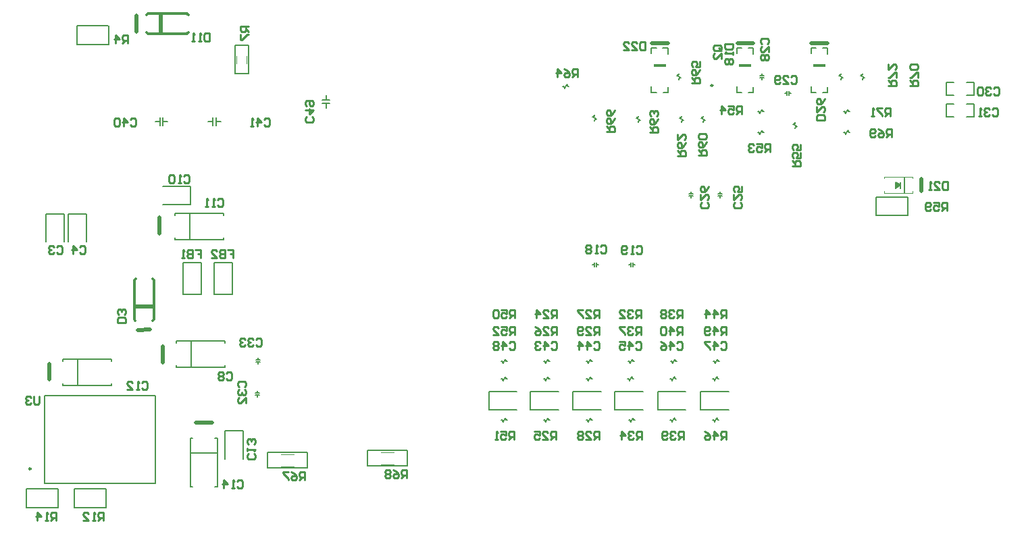
<source format=gbo>
G04*
G04 #@! TF.GenerationSoftware,Altium Limited,Altium Designer,20.2.6 (244)*
G04*
G04 Layer_Color=32896*
%FSLAX43Y43*%
%MOMM*%
G71*
G04*
G04 #@! TF.SameCoordinates,50BE3A92-8E6F-42E2-A157-1F0C76B00AEB*
G04*
G04*
G04 #@! TF.FilePolarity,Positive*
G04*
G01*
G75*
%ADD11C,0.254*%
%ADD12C,0.250*%
%ADD14C,0.102*%
%ADD15C,0.200*%
%ADD16C,0.178*%
%ADD19C,0.127*%
%ADD24C,0.508*%
%ADD25C,0.300*%
%ADD26C,0.150*%
%ADD186R,1.524X0.381*%
D11*
X52612Y62475D02*
X52781Y62306D01*
Y61967D01*
X52612Y61798D01*
X51934D01*
X51765Y61967D01*
Y62306D01*
X51934Y62475D01*
X51765Y63322D02*
X52781D01*
X52273Y62814D01*
Y63491D01*
X51934Y63830D02*
X51765Y63999D01*
Y64337D01*
X51934Y64507D01*
X52612D01*
X52781Y64337D01*
Y63999D01*
X52612Y63830D01*
X52442D01*
X52273Y63999D01*
Y64507D01*
X46643Y62060D02*
X46812Y62230D01*
X47151D01*
X47320Y62060D01*
Y61383D01*
X47151Y61214D01*
X46812D01*
X46643Y61383D01*
X45797Y61214D02*
Y62230D01*
X46305Y61722D01*
X45627D01*
X45289Y61214D02*
X44950D01*
X45120D01*
Y62230D01*
X45289Y62060D01*
X29854Y62086D02*
X30023Y62255D01*
X30362D01*
X30531Y62086D01*
Y61409D01*
X30362Y61239D01*
X30023D01*
X29854Y61409D01*
X29007Y61239D02*
Y62255D01*
X29515Y61747D01*
X28838D01*
X28499Y62086D02*
X28330Y62255D01*
X27992D01*
X27822Y62086D01*
Y61409D01*
X27992Y61239D01*
X28330D01*
X28499Y61409D01*
Y62086D01*
X89514Y60596D02*
X90529D01*
Y61104D01*
X90360Y61273D01*
X90021D01*
X89852Y61104D01*
Y60596D01*
Y60935D02*
X89514Y61273D01*
X90529Y62289D02*
X90360Y61951D01*
X90021Y61612D01*
X89683D01*
X89514Y61781D01*
Y62120D01*
X89683Y62289D01*
X89852D01*
X90021Y62120D01*
Y61612D01*
X90529Y63305D02*
X90360Y62966D01*
X90021Y62628D01*
X89683D01*
X89514Y62797D01*
Y63136D01*
X89683Y63305D01*
X89852D01*
X90021Y63136D01*
Y62628D01*
X44628Y73787D02*
X43612D01*
Y73279D01*
X43781Y73110D01*
X44120D01*
X44289Y73279D01*
Y73787D01*
Y73448D02*
X44628Y73110D01*
X43612Y72771D02*
Y72094D01*
X43781D01*
X44459Y72771D01*
X44628D01*
X77330Y34044D02*
X77499Y34213D01*
X77838D01*
X78007Y34044D01*
Y33367D01*
X77838Y33198D01*
X77499D01*
X77330Y33367D01*
X76484Y33198D02*
Y34213D01*
X76992Y33706D01*
X76314D01*
X75976Y34044D02*
X75807Y34213D01*
X75468D01*
X75299Y34044D01*
Y33875D01*
X75468Y33706D01*
X75299Y33536D01*
Y33367D01*
X75468Y33198D01*
X75807D01*
X75976Y33367D01*
Y33536D01*
X75807Y33706D01*
X75976Y33875D01*
Y34044D01*
X75807Y33706D02*
X75468D01*
X103805Y34044D02*
X103974Y34213D01*
X104313D01*
X104482Y34044D01*
Y33367D01*
X104313Y33198D01*
X103974D01*
X103805Y33367D01*
X102959Y33198D02*
Y34213D01*
X103466Y33706D01*
X102789D01*
X102451Y34213D02*
X101774D01*
Y34044D01*
X102451Y33367D01*
Y33198D01*
X98319Y34044D02*
X98488Y34213D01*
X98826D01*
X98996Y34044D01*
Y33367D01*
X98826Y33198D01*
X98488D01*
X98319Y33367D01*
X97472Y33198D02*
Y34213D01*
X97980Y33706D01*
X97303D01*
X96287Y34213D02*
X96626Y34044D01*
X96964Y33706D01*
Y33367D01*
X96795Y33198D01*
X96456D01*
X96287Y33367D01*
Y33536D01*
X96456Y33706D01*
X96964D01*
X93137Y34044D02*
X93306Y34213D01*
X93645D01*
X93814Y34044D01*
Y33367D01*
X93645Y33198D01*
X93306D01*
X93137Y33367D01*
X92291Y33198D02*
Y34213D01*
X92798Y33706D01*
X92121D01*
X91106Y34213D02*
X91783D01*
Y33706D01*
X91444Y33875D01*
X91275D01*
X91106Y33706D01*
Y33367D01*
X91275Y33198D01*
X91613D01*
X91783Y33367D01*
X87897Y34044D02*
X88066Y34213D01*
X88404D01*
X88574Y34044D01*
Y33367D01*
X88404Y33198D01*
X88066D01*
X87897Y33367D01*
X87050Y33198D02*
Y34213D01*
X87558Y33706D01*
X86881D01*
X86034Y33198D02*
Y34213D01*
X86542Y33706D01*
X85865D01*
X82563Y34044D02*
X82732Y34213D01*
X83070D01*
X83240Y34044D01*
Y33367D01*
X83070Y33198D01*
X82732D01*
X82563Y33367D01*
X81716Y33198D02*
Y34213D01*
X82224Y33706D01*
X81547D01*
X81208Y34044D02*
X81039Y34213D01*
X80700D01*
X80531Y34044D01*
Y33875D01*
X80700Y33706D01*
X80870D01*
X80700D01*
X80531Y33536D01*
Y33367D01*
X80700Y33198D01*
X81039D01*
X81208Y33367D01*
X124794Y66294D02*
X125810D01*
Y66802D01*
X125640Y66971D01*
X125302D01*
X125133Y66802D01*
Y66294D01*
Y66633D02*
X124794Y66971D01*
X125810Y67310D02*
Y67987D01*
X125640D01*
X124963Y67310D01*
X124794D01*
Y69002D02*
Y68325D01*
X125471Y69002D01*
X125640D01*
X125810Y68833D01*
Y68495D01*
X125640Y68325D01*
X125073Y62509D02*
Y63525D01*
X124566D01*
X124396Y63356D01*
Y63017D01*
X124566Y62848D01*
X125073D01*
X124735D02*
X124396Y62509D01*
X124058Y63525D02*
X123381D01*
Y63356D01*
X124058Y62679D01*
Y62509D01*
X123042D02*
X122704D01*
X122873D01*
Y63525D01*
X123042Y63356D01*
X127512Y66294D02*
X128528D01*
Y66802D01*
X128358Y66971D01*
X128020D01*
X127850Y66802D01*
Y66294D01*
Y66633D02*
X127512Y66971D01*
X128528Y67310D02*
Y67987D01*
X128358D01*
X127681Y67310D01*
X127512D01*
X128358Y68325D02*
X128528Y68495D01*
Y68833D01*
X128358Y69002D01*
X127681D01*
X127512Y68833D01*
Y68495D01*
X127681Y68325D01*
X128358D01*
X125251Y59893D02*
Y60909D01*
X124743D01*
X124574Y60740D01*
Y60401D01*
X124743Y60232D01*
X125251D01*
X124913D02*
X124574Y59893D01*
X123558Y60909D02*
X123897Y60740D01*
X124236Y60401D01*
Y60062D01*
X124066Y59893D01*
X123728D01*
X123558Y60062D01*
Y60232D01*
X123728Y60401D01*
X124236D01*
X123220Y60062D02*
X123051Y59893D01*
X122712D01*
X122543Y60062D01*
Y60740D01*
X122712Y60909D01*
X123051D01*
X123220Y60740D01*
Y60570D01*
X123051Y60401D01*
X122543D01*
X116916Y61976D02*
X115900D01*
Y62484D01*
X116069Y62653D01*
X116747D01*
X116916Y62484D01*
Y61976D01*
X115900Y63669D02*
Y62992D01*
X116577Y63669D01*
X116747D01*
X116916Y63500D01*
Y63161D01*
X116747Y62992D01*
X116916Y64684D02*
X116747Y64346D01*
X116408Y64007D01*
X116069D01*
X115900Y64177D01*
Y64515D01*
X116069Y64684D01*
X116239D01*
X116408Y64515D01*
Y64007D01*
X64465Y17170D02*
Y18186D01*
X63957D01*
X63788Y18017D01*
Y17678D01*
X63957Y17509D01*
X64465D01*
X64127D02*
X63788Y17170D01*
X62772Y18186D02*
X63111Y18017D01*
X63450Y17678D01*
Y17340D01*
X63280Y17170D01*
X62942D01*
X62772Y17340D01*
Y17509D01*
X62942Y17678D01*
X63450D01*
X62434Y18017D02*
X62265Y18186D01*
X61926D01*
X61757Y18017D01*
Y17848D01*
X61926Y17678D01*
X61757Y17509D01*
Y17340D01*
X61926Y17170D01*
X62265D01*
X62434Y17340D01*
Y17509D01*
X62265Y17678D01*
X62434Y17848D01*
Y18017D01*
X62265Y17678D02*
X61926D01*
X51714Y16866D02*
Y17881D01*
X51207D01*
X51037Y17712D01*
Y17373D01*
X51207Y17204D01*
X51714D01*
X51376D02*
X51037Y16866D01*
X50022Y17881D02*
X50360Y17712D01*
X50699Y17373D01*
Y17035D01*
X50529Y16866D01*
X50191D01*
X50022Y17035D01*
Y17204D01*
X50191Y17373D01*
X50699D01*
X49683Y17881D02*
X49006D01*
Y17712D01*
X49683Y17035D01*
Y16866D01*
X45576Y34476D02*
X45746Y34645D01*
X46084D01*
X46253Y34476D01*
Y33799D01*
X46084Y33630D01*
X45746D01*
X45576Y33799D01*
X45238Y34476D02*
X45068Y34645D01*
X44730D01*
X44561Y34476D01*
Y34307D01*
X44730Y34137D01*
X44899D01*
X44730D01*
X44561Y33968D01*
Y33799D01*
X44730Y33630D01*
X45068D01*
X45238Y33799D01*
X44222Y34476D02*
X44053Y34645D01*
X43714D01*
X43545Y34476D01*
Y34307D01*
X43714Y34137D01*
X43883D01*
X43714D01*
X43545Y33968D01*
Y33799D01*
X43714Y33630D01*
X44053D01*
X44222Y33799D01*
X43496Y28584D02*
X43327Y28753D01*
Y29092D01*
X43496Y29261D01*
X44173D01*
X44342Y29092D01*
Y28753D01*
X44173Y28584D01*
X43496Y28245D02*
X43327Y28076D01*
Y27737D01*
X43496Y27568D01*
X43665D01*
X43835Y27737D01*
Y27907D01*
Y27737D01*
X44004Y27568D01*
X44173D01*
X44342Y27737D01*
Y28076D01*
X44173Y28245D01*
X44342Y26552D02*
Y27229D01*
X43665Y26552D01*
X43496D01*
X43327Y26722D01*
Y27060D01*
X43496Y27229D01*
X18376Y27406D02*
Y26560D01*
X18207Y26391D01*
X17868D01*
X17699Y26560D01*
Y27406D01*
X17361Y27237D02*
X17191Y27406D01*
X16853D01*
X16683Y27237D01*
Y27068D01*
X16853Y26899D01*
X17022D01*
X16853D01*
X16683Y26729D01*
Y26560D01*
X16853Y26391D01*
X17191D01*
X17361Y26560D01*
X100232Y66675D02*
X101248D01*
Y67183D01*
X101079Y67352D01*
X100740D01*
X100571Y67183D01*
Y66675D01*
Y67014D02*
X100232Y67352D01*
X101248Y68368D02*
X101079Y68029D01*
X100740Y67691D01*
X100402D01*
X100232Y67860D01*
Y68199D01*
X100402Y68368D01*
X100571D01*
X100740Y68199D01*
Y67691D01*
X101248Y69383D02*
Y68706D01*
X100740D01*
X100909Y69045D01*
Y69214D01*
X100740Y69383D01*
X100402D01*
X100232Y69214D01*
Y68876D01*
X100402Y68706D01*
X85856Y67462D02*
Y68478D01*
X85348D01*
X85179Y68309D01*
Y67970D01*
X85348Y67801D01*
X85856D01*
X85517D02*
X85179Y67462D01*
X84163Y68478D02*
X84502Y68309D01*
X84840Y67970D01*
Y67632D01*
X84671Y67462D01*
X84332D01*
X84163Y67632D01*
Y67801D01*
X84332Y67970D01*
X84840D01*
X83317Y67462D02*
Y68478D01*
X83824Y67970D01*
X83147D01*
X94949Y60528D02*
X95965D01*
Y61036D01*
X95795Y61205D01*
X95457D01*
X95288Y61036D01*
Y60528D01*
Y60867D02*
X94949Y61205D01*
X95965Y62221D02*
X95795Y61882D01*
X95457Y61544D01*
X95118D01*
X94949Y61713D01*
Y62052D01*
X95118Y62221D01*
X95288D01*
X95457Y62052D01*
Y61544D01*
X95795Y62560D02*
X95965Y62729D01*
Y63067D01*
X95795Y63237D01*
X95626D01*
X95457Y63067D01*
Y62898D01*
Y63067D01*
X95288Y63237D01*
X95118D01*
X94949Y63067D01*
Y62729D01*
X95118Y62560D01*
X98403Y57506D02*
X99419D01*
Y58013D01*
X99250Y58183D01*
X98911D01*
X98742Y58013D01*
Y57506D01*
Y57844D02*
X98403Y58183D01*
X99419Y59198D02*
X99250Y58860D01*
X98911Y58521D01*
X98573D01*
X98403Y58691D01*
Y59029D01*
X98573Y59198D01*
X98742D01*
X98911Y59029D01*
Y58521D01*
X98403Y60214D02*
Y59537D01*
X99081Y60214D01*
X99250D01*
X99419Y60045D01*
Y59706D01*
X99250Y59537D01*
X101045Y57607D02*
X102061D01*
Y58115D01*
X101891Y58284D01*
X101553D01*
X101384Y58115D01*
Y57607D01*
Y57946D02*
X101045Y58284D01*
X102061Y59300D02*
X101891Y58961D01*
X101553Y58623D01*
X101214D01*
X101045Y58792D01*
Y59131D01*
X101214Y59300D01*
X101384D01*
X101553Y59131D01*
Y58623D01*
X101891Y59639D02*
X102061Y59808D01*
Y60146D01*
X101891Y60316D01*
X101214D01*
X101045Y60146D01*
Y59808D01*
X101214Y59639D01*
X101891D01*
X132160Y50648D02*
Y51663D01*
X131652D01*
X131483Y51494D01*
Y51155D01*
X131652Y50986D01*
X132160D01*
X131821D02*
X131483Y50648D01*
X130467Y51663D02*
X131144D01*
Y51155D01*
X130806Y51325D01*
X130637D01*
X130467Y51155D01*
Y50817D01*
X130637Y50648D01*
X130975D01*
X131144Y50817D01*
X130129D02*
X129959Y50648D01*
X129621D01*
X129452Y50817D01*
Y51494D01*
X129621Y51663D01*
X129959D01*
X130129Y51494D01*
Y51325D01*
X129959Y51155D01*
X129452D01*
X112805Y56261D02*
X113821D01*
Y56769D01*
X113652Y56938D01*
X113313D01*
X113144Y56769D01*
Y56261D01*
Y56600D02*
X112805Y56938D01*
X113821Y57954D02*
Y57277D01*
X113313D01*
X113482Y57615D01*
Y57785D01*
X113313Y57954D01*
X112975D01*
X112805Y57785D01*
Y57446D01*
X112975Y57277D01*
X113821Y58969D02*
Y58292D01*
X113313D01*
X113482Y58631D01*
Y58800D01*
X113313Y58969D01*
X112975D01*
X112805Y58800D01*
Y58462D01*
X112975Y58292D01*
X106430Y62738D02*
Y63754D01*
X105922D01*
X105753Y63584D01*
Y63246D01*
X105922Y63077D01*
X106430D01*
X106091D02*
X105753Y62738D01*
X104737Y63754D02*
X105414D01*
Y63246D01*
X105076Y63415D01*
X104906D01*
X104737Y63246D01*
Y62907D01*
X104906Y62738D01*
X105245D01*
X105414Y62907D01*
X103891Y62738D02*
Y63754D01*
X104398Y63246D01*
X103721D01*
X110037Y58064D02*
Y59080D01*
X109529D01*
X109360Y58911D01*
Y58572D01*
X109529Y58403D01*
X110037D01*
X109698D02*
X109360Y58064D01*
X108344Y59080D02*
X109021D01*
Y58572D01*
X108682Y58742D01*
X108513D01*
X108344Y58572D01*
Y58234D01*
X108513Y58064D01*
X108852D01*
X109021Y58234D01*
X108005Y58911D02*
X107836Y59080D01*
X107497D01*
X107328Y58911D01*
Y58742D01*
X107497Y58572D01*
X107667D01*
X107497D01*
X107328Y58403D01*
Y58234D01*
X107497Y58064D01*
X107836D01*
X108005Y58234D01*
X78007Y35103D02*
Y36119D01*
X77499D01*
X77330Y35949D01*
Y35611D01*
X77499Y35442D01*
X78007D01*
X77669D02*
X77330Y35103D01*
X76314Y36119D02*
X76992D01*
Y35611D01*
X76653Y35780D01*
X76484D01*
X76314Y35611D01*
Y35272D01*
X76484Y35103D01*
X76822D01*
X76992Y35272D01*
X75299Y35103D02*
X75976D01*
X75299Y35780D01*
Y35949D01*
X75468Y36119D01*
X75807D01*
X75976Y35949D01*
X77897Y21997D02*
Y23012D01*
X77389D01*
X77220Y22843D01*
Y22504D01*
X77389Y22335D01*
X77897D01*
X77558D02*
X77220Y21997D01*
X76204Y23012D02*
X76881D01*
Y22504D01*
X76543Y22674D01*
X76373D01*
X76204Y22504D01*
Y22166D01*
X76373Y21997D01*
X76712D01*
X76881Y22166D01*
X75865Y21997D02*
X75527D01*
X75696D01*
Y23012D01*
X75865Y22843D01*
X78007Y37186D02*
Y38201D01*
X77499D01*
X77330Y38032D01*
Y37694D01*
X77499Y37524D01*
X78007D01*
X77669D02*
X77330Y37186D01*
X76314Y38201D02*
X76992D01*
Y37694D01*
X76653Y37863D01*
X76484D01*
X76314Y37694D01*
Y37355D01*
X76484Y37186D01*
X76822D01*
X76992Y37355D01*
X75976Y38032D02*
X75807Y38201D01*
X75468D01*
X75299Y38032D01*
Y37355D01*
X75468Y37186D01*
X75807D01*
X75976Y37355D01*
Y38032D01*
X104482Y35103D02*
Y36119D01*
X103974D01*
X103805Y35949D01*
Y35611D01*
X103974Y35442D01*
X104482D01*
X104144D02*
X103805Y35103D01*
X102959D02*
Y36119D01*
X103466Y35611D01*
X102789D01*
X102451Y35272D02*
X102281Y35103D01*
X101943D01*
X101774Y35272D01*
Y35949D01*
X101943Y36119D01*
X102281D01*
X102451Y35949D01*
Y35780D01*
X102281Y35611D01*
X101774D01*
X104507Y21997D02*
Y23012D01*
X104000D01*
X103830Y22843D01*
Y22504D01*
X104000Y22335D01*
X104507D01*
X104169D02*
X103830Y21997D01*
X102984D02*
Y23012D01*
X103492Y22504D01*
X102815D01*
X101799Y23012D02*
X102138Y22843D01*
X102476Y22504D01*
Y22166D01*
X102307Y21997D01*
X101968D01*
X101799Y22166D01*
Y22335D01*
X101968Y22504D01*
X102476D01*
X104482Y37186D02*
Y38201D01*
X103974D01*
X103805Y38032D01*
Y37694D01*
X103974Y37524D01*
X104482D01*
X104144D02*
X103805Y37186D01*
X102959D02*
Y38201D01*
X103466Y37694D01*
X102789D01*
X101943Y37186D02*
Y38201D01*
X102451Y37694D01*
X101774D01*
X98996Y35103D02*
Y36119D01*
X98488D01*
X98319Y35949D01*
Y35611D01*
X98488Y35442D01*
X98996D01*
X98657D02*
X98319Y35103D01*
X97472D02*
Y36119D01*
X97980Y35611D01*
X97303D01*
X96964Y35949D02*
X96795Y36119D01*
X96456D01*
X96287Y35949D01*
Y35272D01*
X96456Y35103D01*
X96795D01*
X96964Y35272D01*
Y35949D01*
X99148Y21997D02*
Y23012D01*
X98640D01*
X98471Y22843D01*
Y22504D01*
X98640Y22335D01*
X99148D01*
X98810D02*
X98471Y21997D01*
X98132Y22843D02*
X97963Y23012D01*
X97625D01*
X97455Y22843D01*
Y22674D01*
X97625Y22504D01*
X97794D01*
X97625D01*
X97455Y22335D01*
Y22166D01*
X97625Y21997D01*
X97963D01*
X98132Y22166D01*
X97117D02*
X96947Y21997D01*
X96609D01*
X96440Y22166D01*
Y22843D01*
X96609Y23012D01*
X96947D01*
X97117Y22843D01*
Y22674D01*
X96947Y22504D01*
X96440D01*
X98996Y37186D02*
Y38201D01*
X98488D01*
X98319Y38032D01*
Y37694D01*
X98488Y37524D01*
X98996D01*
X98657D02*
X98319Y37186D01*
X97980Y38032D02*
X97811Y38201D01*
X97472D01*
X97303Y38032D01*
Y37863D01*
X97472Y37694D01*
X97641D01*
X97472D01*
X97303Y37524D01*
Y37355D01*
X97472Y37186D01*
X97811D01*
X97980Y37355D01*
X96964Y38032D02*
X96795Y38201D01*
X96456D01*
X96287Y38032D01*
Y37863D01*
X96456Y37694D01*
X96287Y37524D01*
Y37355D01*
X96456Y37186D01*
X96795D01*
X96964Y37355D01*
Y37524D01*
X96795Y37694D01*
X96964Y37863D01*
Y38032D01*
X96795Y37694D02*
X96456D01*
X93814Y35103D02*
Y36119D01*
X93306D01*
X93137Y35949D01*
Y35611D01*
X93306Y35442D01*
X93814D01*
X93476D02*
X93137Y35103D01*
X92798Y35949D02*
X92629Y36119D01*
X92291D01*
X92121Y35949D01*
Y35780D01*
X92291Y35611D01*
X92460D01*
X92291D01*
X92121Y35442D01*
Y35272D01*
X92291Y35103D01*
X92629D01*
X92798Y35272D01*
X91783Y36119D02*
X91106D01*
Y35949D01*
X91783Y35272D01*
Y35103D01*
X93941Y21997D02*
Y23012D01*
X93433D01*
X93264Y22843D01*
Y22504D01*
X93433Y22335D01*
X93941D01*
X93603D02*
X93264Y21997D01*
X92925Y22843D02*
X92756Y23012D01*
X92418D01*
X92248Y22843D01*
Y22674D01*
X92418Y22504D01*
X92587D01*
X92418D01*
X92248Y22335D01*
Y22166D01*
X92418Y21997D01*
X92756D01*
X92925Y22166D01*
X91402Y21997D02*
Y23012D01*
X91910Y22504D01*
X91233D01*
X93814Y37186D02*
Y38201D01*
X93306D01*
X93137Y38032D01*
Y37694D01*
X93306Y37524D01*
X93814D01*
X93476D02*
X93137Y37186D01*
X92798Y38032D02*
X92629Y38201D01*
X92291D01*
X92121Y38032D01*
Y37863D01*
X92291Y37694D01*
X92460D01*
X92291D01*
X92121Y37524D01*
Y37355D01*
X92291Y37186D01*
X92629D01*
X92798Y37355D01*
X91106Y37186D02*
X91783D01*
X91106Y37863D01*
Y38032D01*
X91275Y38201D01*
X91613D01*
X91783Y38032D01*
X88574Y35103D02*
Y36119D01*
X88066D01*
X87897Y35949D01*
Y35611D01*
X88066Y35442D01*
X88574D01*
X88235D02*
X87897Y35103D01*
X86881D02*
X87558D01*
X86881Y35780D01*
Y35949D01*
X87050Y36119D01*
X87389D01*
X87558Y35949D01*
X86542Y35272D02*
X86373Y35103D01*
X86034D01*
X85865Y35272D01*
Y35949D01*
X86034Y36119D01*
X86373D01*
X86542Y35949D01*
Y35780D01*
X86373Y35611D01*
X85865D01*
X88556Y21997D02*
Y23012D01*
X88048D01*
X87879Y22843D01*
Y22504D01*
X88048Y22335D01*
X88556D01*
X88218D02*
X87879Y21997D01*
X86863D02*
X87541D01*
X86863Y22674D01*
Y22843D01*
X87033Y23012D01*
X87371D01*
X87541Y22843D01*
X86525D02*
X86356Y23012D01*
X86017D01*
X85848Y22843D01*
Y22674D01*
X86017Y22504D01*
X85848Y22335D01*
Y22166D01*
X86017Y21997D01*
X86356D01*
X86525Y22166D01*
Y22335D01*
X86356Y22504D01*
X86525Y22674D01*
Y22843D01*
X86356Y22504D02*
X86017D01*
X88574Y37186D02*
Y38201D01*
X88066D01*
X87897Y38032D01*
Y37694D01*
X88066Y37524D01*
X88574D01*
X88235D02*
X87897Y37186D01*
X86881D02*
X87558D01*
X86881Y37863D01*
Y38032D01*
X87050Y38201D01*
X87389D01*
X87558Y38032D01*
X86542Y38201D02*
X85865D01*
Y38032D01*
X86542Y37355D01*
Y37186D01*
X83240Y35103D02*
Y36119D01*
X82732D01*
X82563Y35949D01*
Y35611D01*
X82732Y35442D01*
X83240D01*
X82901D02*
X82563Y35103D01*
X81547D02*
X82224D01*
X81547Y35780D01*
Y35949D01*
X81716Y36119D01*
X82055D01*
X82224Y35949D01*
X80531Y36119D02*
X80870Y35949D01*
X81208Y35611D01*
Y35272D01*
X81039Y35103D01*
X80700D01*
X80531Y35272D01*
Y35442D01*
X80700Y35611D01*
X81208D01*
X83146Y21997D02*
Y23012D01*
X82638D01*
X82469Y22843D01*
Y22504D01*
X82638Y22335D01*
X83146D01*
X82808D02*
X82469Y21997D01*
X81453D02*
X82130D01*
X81453Y22674D01*
Y22843D01*
X81623Y23012D01*
X81961D01*
X82130Y22843D01*
X80438Y23012D02*
X81115D01*
Y22504D01*
X80776Y22674D01*
X80607D01*
X80438Y22504D01*
Y22166D01*
X80607Y21997D01*
X80945D01*
X81115Y22166D01*
X83240Y37186D02*
Y38201D01*
X82732D01*
X82563Y38032D01*
Y37694D01*
X82732Y37524D01*
X83240D01*
X82901D02*
X82563Y37186D01*
X81547D02*
X82224D01*
X81547Y37863D01*
Y38032D01*
X81716Y38201D01*
X82055D01*
X82224Y38032D01*
X80700Y37186D02*
Y38201D01*
X81208Y37694D01*
X80531D01*
X20523Y11836D02*
Y12852D01*
X20015D01*
X19846Y12683D01*
Y12344D01*
X20015Y12175D01*
X20523D01*
X20185D02*
X19846Y11836D01*
X19508D02*
X19169D01*
X19338D01*
Y12852D01*
X19508Y12683D01*
X18153Y11836D02*
Y12852D01*
X18661Y12344D01*
X17984D01*
X26492Y11836D02*
Y12852D01*
X25984D01*
X25815Y12683D01*
Y12344D01*
X25984Y12175D01*
X26492D01*
X26154D02*
X25815Y11836D01*
X25477D02*
X25138D01*
X25307D01*
Y12852D01*
X25477Y12683D01*
X23953Y11836D02*
X24630D01*
X23953Y12514D01*
Y12683D01*
X24122Y12852D01*
X24461D01*
X24630Y12683D01*
X29519Y71628D02*
Y72644D01*
X29011D01*
X28842Y72474D01*
Y72136D01*
X29011Y71967D01*
X29519D01*
X29180D02*
X28842Y71628D01*
X27995D02*
Y72644D01*
X28503Y72136D01*
X27826D01*
X103742Y70748D02*
X103065D01*
X102896Y70917D01*
Y71256D01*
X103065Y71425D01*
X103742D01*
X103911Y71256D01*
Y70917D01*
X103573Y71086D02*
X103911Y70748D01*
Y70917D02*
X103742Y70748D01*
X103911Y69732D02*
Y70409D01*
X103234Y69732D01*
X103065D01*
X102896Y69901D01*
Y70240D01*
X103065Y70409D01*
X41995Y45720D02*
X42672D01*
Y45212D01*
X42333D01*
X42672D01*
Y44704D01*
X41656Y45720D02*
Y44704D01*
X41148D01*
X40979Y44873D01*
Y45043D01*
X41148Y45212D01*
X41656D01*
X41148D01*
X40979Y45381D01*
Y45550D01*
X41148Y45720D01*
X41656D01*
X39964Y44704D02*
X40641D01*
X39964Y45381D01*
Y45550D01*
X40133Y45720D01*
X40471D01*
X40641Y45550D01*
X37982Y45745D02*
X38659D01*
Y45237D01*
X38320D01*
X38659D01*
Y44729D01*
X37643Y45745D02*
Y44729D01*
X37135D01*
X36966Y44899D01*
Y45068D01*
X37135Y45237D01*
X37643D01*
X37135D01*
X36966Y45407D01*
Y45576D01*
X37135Y45745D01*
X37643D01*
X36627Y44729D02*
X36289D01*
X36458D01*
Y45745D01*
X36627Y45576D01*
X94336Y71856D02*
Y70841D01*
X93828D01*
X93658Y71010D01*
Y71687D01*
X93828Y71856D01*
X94336D01*
X92643Y70841D02*
X93320D01*
X92643Y71518D01*
Y71687D01*
X92812Y71856D01*
X93151D01*
X93320Y71687D01*
X91627Y70841D02*
X92304D01*
X91627Y71518D01*
Y71687D01*
X91796Y71856D01*
X92135D01*
X92304Y71687D01*
X132262Y54330D02*
Y53315D01*
X131754D01*
X131585Y53484D01*
Y54161D01*
X131754Y54330D01*
X132262D01*
X130569Y53315D02*
X131246D01*
X130569Y53992D01*
Y54161D01*
X130738Y54330D01*
X131077D01*
X131246Y54161D01*
X130230Y53315D02*
X129892D01*
X130061D01*
Y54330D01*
X130230Y54161D01*
X104369Y71603D02*
X105385D01*
Y71095D01*
X105215Y70925D01*
X104538D01*
X104369Y71095D01*
Y71603D01*
X105385Y70587D02*
Y70248D01*
Y70418D01*
X104369D01*
X104538Y70587D01*
Y69741D02*
X104369Y69571D01*
Y69233D01*
X104538Y69063D01*
X104707D01*
X104877Y69233D01*
X105046Y69063D01*
X105215D01*
X105385Y69233D01*
Y69571D01*
X105215Y69741D01*
X105046D01*
X104877Y69571D01*
X104707Y69741D01*
X104538D01*
X104877Y69571D02*
Y69233D01*
X39780Y72898D02*
Y71882D01*
X39272D01*
X39103Y72051D01*
Y72728D01*
X39272Y72898D01*
X39780D01*
X38765Y71882D02*
X38426D01*
X38595D01*
Y72898D01*
X38765Y72728D01*
X37918Y71882D02*
X37580D01*
X37749D01*
Y72898D01*
X37918Y72728D01*
X29286Y36576D02*
X28270D01*
Y37084D01*
X28439Y37253D01*
X29117D01*
X29286Y37084D01*
Y36576D01*
X29117Y37592D02*
X29286Y37761D01*
Y38100D01*
X29117Y38269D01*
X28947D01*
X28778Y38100D01*
Y37930D01*
Y38100D01*
X28609Y38269D01*
X28439D01*
X28270Y38100D01*
Y37761D01*
X28439Y37592D01*
X137833Y63381D02*
X138002Y63550D01*
X138341D01*
X138510Y63381D01*
Y62704D01*
X138341Y62535D01*
X138002D01*
X137833Y62704D01*
X137494Y63381D02*
X137325Y63550D01*
X136987D01*
X136817Y63381D01*
Y63212D01*
X136987Y63043D01*
X137156D01*
X136987D01*
X136817Y62873D01*
Y62704D01*
X136987Y62535D01*
X137325D01*
X137494Y62704D01*
X136479Y62535D02*
X136140D01*
X136309D01*
Y63550D01*
X136479Y63381D01*
X138036Y65998D02*
X138205Y66167D01*
X138543D01*
X138713Y65998D01*
Y65320D01*
X138543Y65151D01*
X138205D01*
X138036Y65320D01*
X137697Y65998D02*
X137528Y66167D01*
X137189D01*
X137020Y65998D01*
Y65828D01*
X137189Y65659D01*
X137359D01*
X137189D01*
X137020Y65490D01*
Y65320D01*
X137189Y65151D01*
X137528D01*
X137697Y65320D01*
X136681Y65998D02*
X136512Y66167D01*
X136174D01*
X136004Y65998D01*
Y65320D01*
X136174Y65151D01*
X136512D01*
X136681Y65320D01*
Y65998D01*
X112683Y67471D02*
X112852Y67640D01*
X113191D01*
X113360Y67471D01*
Y66793D01*
X113191Y66624D01*
X112852D01*
X112683Y66793D01*
X111667Y66624D02*
X112345D01*
X111667Y67301D01*
Y67471D01*
X111837Y67640D01*
X112175D01*
X112345Y67471D01*
X111329Y66793D02*
X111160Y66624D01*
X110821D01*
X110652Y66793D01*
Y67471D01*
X110821Y67640D01*
X111160D01*
X111329Y67471D01*
Y67301D01*
X111160Y67132D01*
X110652D01*
X109009Y71611D02*
X108839Y71781D01*
Y72119D01*
X109009Y72288D01*
X109686D01*
X109855Y72119D01*
Y71781D01*
X109686Y71611D01*
X109855Y70596D02*
Y71273D01*
X109178Y70596D01*
X109009D01*
X108839Y70765D01*
Y71103D01*
X109009Y71273D01*
Y70257D02*
X108839Y70088D01*
Y69749D01*
X109009Y69580D01*
X109178D01*
X109347Y69749D01*
X109516Y69580D01*
X109686D01*
X109855Y69749D01*
Y70088D01*
X109686Y70257D01*
X109516D01*
X109347Y70088D01*
X109178Y70257D01*
X109009D01*
X109347Y70088D02*
Y69749D01*
X102171Y51680D02*
X102340Y51511D01*
Y51172D01*
X102171Y51003D01*
X101494D01*
X101324Y51172D01*
Y51511D01*
X101494Y51680D01*
X101324Y52696D02*
Y52019D01*
X102002Y52696D01*
X102171D01*
X102340Y52527D01*
Y52188D01*
X102171Y52019D01*
X102340Y53712D02*
X102171Y53373D01*
X101832Y53035D01*
X101494D01*
X101324Y53204D01*
Y53542D01*
X101494Y53712D01*
X101663D01*
X101832Y53542D01*
Y53035D01*
X106311Y51706D02*
X106480Y51536D01*
Y51198D01*
X106311Y51029D01*
X105634D01*
X105465Y51198D01*
Y51536D01*
X105634Y51706D01*
X105465Y52721D02*
Y52044D01*
X106142Y52721D01*
X106311D01*
X106480Y52552D01*
Y52214D01*
X106311Y52044D01*
X106480Y53737D02*
Y53060D01*
X105972D01*
X106142Y53398D01*
Y53568D01*
X105972Y53737D01*
X105634D01*
X105465Y53568D01*
Y53229D01*
X105634Y53060D01*
X93256Y46135D02*
X93425Y46304D01*
X93764D01*
X93933Y46135D01*
Y45457D01*
X93764Y45288D01*
X93425D01*
X93256Y45457D01*
X92917Y45288D02*
X92579D01*
X92748D01*
Y46304D01*
X92917Y46135D01*
X92071Y45457D02*
X91902Y45288D01*
X91563D01*
X91394Y45457D01*
Y46135D01*
X91563Y46304D01*
X91902D01*
X92071Y46135D01*
Y45965D01*
X91902Y45796D01*
X91394D01*
X88760Y46160D02*
X88929Y46329D01*
X89268D01*
X89437Y46160D01*
Y45483D01*
X89268Y45314D01*
X88929D01*
X88760Y45483D01*
X88422Y45314D02*
X88083D01*
X88252D01*
Y46329D01*
X88422Y46160D01*
X87575D02*
X87406Y46329D01*
X87067D01*
X86898Y46160D01*
Y45991D01*
X87067Y45821D01*
X86898Y45652D01*
Y45483D01*
X87067Y45314D01*
X87406D01*
X87575Y45483D01*
Y45652D01*
X87406Y45821D01*
X87575Y45991D01*
Y46160D01*
X87406Y45821D02*
X87067D01*
X43239Y16747D02*
X43409Y16916D01*
X43747D01*
X43917Y16747D01*
Y16070D01*
X43747Y15900D01*
X43409D01*
X43239Y16070D01*
X42901Y15900D02*
X42562D01*
X42732D01*
Y16916D01*
X42901Y16747D01*
X41547Y15900D02*
Y16916D01*
X42055Y16408D01*
X41377D01*
X45358Y20220D02*
X45527Y20051D01*
Y19712D01*
X45358Y19543D01*
X44681D01*
X44512Y19712D01*
Y20051D01*
X44681Y20220D01*
X44512Y20558D02*
Y20897D01*
Y20728D01*
X45527D01*
X45358Y20558D01*
Y21405D02*
X45527Y21574D01*
Y21913D01*
X45358Y22082D01*
X45189D01*
X45020Y21913D01*
Y21743D01*
Y21913D01*
X44850Y22082D01*
X44681D01*
X44512Y21913D01*
Y21574D01*
X44681Y21405D01*
X31305Y29040D02*
X31475Y29210D01*
X31813D01*
X31982Y29040D01*
Y28363D01*
X31813Y28194D01*
X31475D01*
X31305Y28363D01*
X30967Y28194D02*
X30628D01*
X30797D01*
Y29210D01*
X30967Y29040D01*
X29443Y28194D02*
X30120D01*
X29443Y28871D01*
Y29040D01*
X29613Y29210D01*
X29951D01*
X30120Y29040D01*
X40754Y52002D02*
X40923Y52171D01*
X41262D01*
X41431Y52002D01*
Y51325D01*
X41262Y51156D01*
X40923D01*
X40754Y51325D01*
X40416Y51156D02*
X40077D01*
X40246D01*
Y52171D01*
X40416Y52002D01*
X39569Y51156D02*
X39231D01*
X39400D01*
Y52171D01*
X39569Y52002D01*
X36563Y55025D02*
X36732Y55194D01*
X37071D01*
X37240Y55025D01*
Y54348D01*
X37071Y54178D01*
X36732D01*
X36563Y54348D01*
X36224Y54178D02*
X35886D01*
X36055D01*
Y55194D01*
X36224Y55025D01*
X35378D02*
X35208Y55194D01*
X34870D01*
X34701Y55025D01*
Y54348D01*
X34870Y54178D01*
X35208D01*
X35378Y54348D01*
Y55025D01*
X41897Y30285D02*
X42066Y30454D01*
X42405D01*
X42574Y30285D01*
Y29608D01*
X42405Y29439D01*
X42066D01*
X41897Y29608D01*
X41559Y30285D02*
X41389Y30454D01*
X41051D01*
X40881Y30285D01*
Y30116D01*
X41051Y29946D01*
X40881Y29777D01*
Y29608D01*
X41051Y29439D01*
X41389D01*
X41559Y29608D01*
Y29777D01*
X41389Y29946D01*
X41559Y30116D01*
Y30285D01*
X41389Y29946D02*
X41051D01*
X23465Y46109D02*
X23634Y46279D01*
X23973D01*
X24142Y46109D01*
Y45432D01*
X23973Y45263D01*
X23634D01*
X23465Y45432D01*
X22619Y45263D02*
Y46279D01*
X23126Y45771D01*
X22449D01*
X20569Y46059D02*
X20739Y46228D01*
X21077D01*
X21246Y46059D01*
Y45381D01*
X21077Y45212D01*
X20739D01*
X20569Y45381D01*
X20231Y46059D02*
X20061Y46228D01*
X19723D01*
X19554Y46059D01*
Y45889D01*
X19723Y45720D01*
X19892D01*
X19723D01*
X19554Y45551D01*
Y45381D01*
X19723Y45212D01*
X20061D01*
X20231Y45381D01*
D12*
X102844Y66376D02*
G03*
X102844Y66376I-125J0D01*
G01*
X17377Y18306D02*
G03*
X17377Y18306I-125J0D01*
G01*
D14*
X48743Y18593D02*
X50317D01*
X48743Y20117D02*
X50317D01*
X61290Y18847D02*
X62865D01*
X61290Y20371D02*
X62865D01*
X43129Y69164D02*
Y70028D01*
X44399Y69164D02*
Y70028D01*
X126907Y52899D02*
Y54899D01*
X126807Y52899D02*
Y54899D01*
X127889Y54699D02*
Y54899D01*
X124289D02*
X127889D01*
X124289Y54699D02*
Y54899D01*
Y52899D02*
Y53099D01*
Y52899D02*
X127889D01*
Y53099D01*
D15*
X40419Y22101D02*
X40719D01*
X37394D02*
X37669D01*
X40444Y16026D02*
X40719D01*
X37394D02*
X37644D01*
X37394Y20249D02*
X40719Y20249D01*
X37394Y16026D02*
Y22101D01*
X40719Y16026D02*
Y22101D01*
X19097Y16446D02*
Y27446D01*
X32947Y16446D02*
Y27446D01*
X19097Y16446D02*
X32947D01*
X19097Y27446D02*
X32947D01*
X22076Y46780D02*
Y50280D01*
X24376Y46780D02*
Y50280D01*
X22076Y50280D02*
X24376D01*
X19282Y46780D02*
Y50280D01*
X21582Y46780D02*
Y50280D01*
X19282Y50280D02*
X21582D01*
X90582Y25679D02*
Y27979D01*
X90582D02*
X94082D01*
X90582Y25679D02*
X94082D01*
X101336D02*
Y27979D01*
X101336D02*
X104836D01*
X101336Y25679D02*
X104836D01*
X95952D02*
Y27979D01*
X95952D02*
X99452D01*
X95952Y25679D02*
X99452D01*
X85334D02*
Y27979D01*
X85334D02*
X88834D01*
X85334Y25679D02*
X88834D01*
X80000D02*
Y27979D01*
X80000D02*
X83500D01*
X80000Y25679D02*
X83500D01*
X74768D02*
Y27979D01*
X74768D02*
X78268D01*
X74768Y25679D02*
X78268D01*
X41685Y23051D02*
X43985D01*
Y19551D02*
Y23051D01*
X41685Y19551D02*
Y23051D01*
X22839Y13448D02*
Y15748D01*
X26814Y13448D02*
Y15748D01*
X22870Y13448D02*
X26814D01*
X22845Y15748D02*
X26814D01*
X16815Y13448D02*
Y15748D01*
X20790Y13448D02*
Y15748D01*
X16845Y13448D02*
X20790D01*
X16820Y15748D02*
X20790D01*
X21388Y32053D02*
X27463D01*
X21388Y28728D02*
X27463D01*
X23239Y28728D02*
X23239Y32053D01*
X27463Y28728D02*
Y28978D01*
Y31778D02*
Y32053D01*
X21388Y28728D02*
Y29003D01*
Y31753D02*
Y32053D01*
X123352Y52389D02*
X127322D01*
X123377Y50089D02*
X127322D01*
X127322D02*
Y52389D01*
X123347Y50089D02*
Y52389D01*
X35586Y34039D02*
Y34339D01*
Y31014D02*
Y31289D01*
X41661Y34064D02*
Y34339D01*
Y31014D02*
Y31264D01*
X37438Y31014D02*
X37438Y34339D01*
X35586Y31014D02*
X41661D01*
X35586Y34339D02*
X41661D01*
X36420Y40154D02*
Y44123D01*
X38720Y40179D02*
Y44123D01*
X36420Y44123D02*
X38720D01*
X36420Y40148D02*
X38720D01*
X40357Y40154D02*
Y44123D01*
X42657Y40179D02*
Y44123D01*
X40357Y44123D02*
X42657D01*
X40357Y40148D02*
X42657D01*
X35459Y50041D02*
Y50341D01*
Y47016D02*
Y47291D01*
X41534Y50066D02*
Y50341D01*
Y47016D02*
Y47266D01*
X37311Y47016D02*
X37311Y50341D01*
X35459Y47016D02*
X41534D01*
X35459Y50341D02*
X41534D01*
X33906Y53746D02*
X37406D01*
X33906Y51446D02*
X37406D01*
X37406D02*
Y53746D01*
X23130Y71526D02*
X27099D01*
X23130Y73826D02*
X27074D01*
X23130Y71526D02*
Y73826D01*
X27105Y71526D02*
Y73826D01*
D16*
X95152Y71044D02*
X95762D01*
X95152Y70358D02*
Y71044D01*
X97210Y70333D02*
Y71044D01*
X96575D02*
X97210D01*
Y65507D02*
Y66192D01*
X96600Y65507D02*
X97210D01*
X95152D02*
X95787D01*
X95152D02*
Y66218D01*
X105846Y65507D02*
Y66218D01*
Y65507D02*
X106481D01*
X107293D02*
X107903D01*
Y66192D01*
X107268Y71044D02*
X107903D01*
Y70333D02*
Y71044D01*
X105846Y70358D02*
Y71044D01*
X106455D01*
X115167D02*
X115777D01*
X115167Y70358D02*
Y71044D01*
X117225Y70333D02*
Y71044D01*
X116590D02*
X117225D01*
Y65507D02*
Y66192D01*
X116615Y65507D02*
X117225D01*
X115167D02*
X115802D01*
X115167D02*
Y66218D01*
D19*
X40586Y61874D02*
X41186D01*
X40586Y61374D02*
Y62374D01*
X40186Y61374D02*
Y62374D01*
X39586Y61874D02*
X40186D01*
X45857Y31420D02*
Y31674D01*
X45603D02*
X46111D01*
X45603Y31928D02*
X46111D01*
X45857D02*
Y32182D01*
X45755Y27305D02*
Y27559D01*
X45501D02*
X46009D01*
X45501Y27813D02*
X46009D01*
X45755D02*
Y28067D01*
X52045Y18390D02*
Y20345D01*
X47015D02*
X52045D01*
X47015Y18390D02*
Y20345D01*
Y18390D02*
X52045D01*
X64592Y18644D02*
Y20599D01*
X59563D02*
X64592D01*
X59563Y18644D02*
Y20599D01*
Y18644D02*
X64592D01*
X54356Y63538D02*
Y64138D01*
X53856D02*
X54856D01*
X53856Y64538D02*
X54856D01*
X54356D02*
Y65138D01*
X33931Y61874D02*
X34531D01*
X33931Y61374D02*
Y62374D01*
X33531Y61374D02*
Y62374D01*
X32931Y61874D02*
X33531D01*
X44628Y67818D02*
Y71374D01*
X42926Y67818D02*
X44628D01*
X42926D02*
Y71374D01*
X44628D01*
X98556Y67132D02*
Y67259D01*
X98810Y67386D01*
X98302Y67640D02*
X98810Y67386D01*
X98302Y67640D02*
X98556Y67767D01*
Y67894D01*
X84027Y66218D02*
X84154D01*
X84281Y65964D01*
X84535Y66472D01*
X84662Y66218D01*
X84789D01*
X87964Y61900D02*
Y62027D01*
X88218Y62154D01*
X87710Y62408D02*
X88218Y62154D01*
X87710Y62408D02*
X87964Y62535D01*
Y62662D01*
X113186Y60985D02*
Y61112D01*
X113440Y61239D01*
X112932Y61493D02*
X113440Y61239D01*
X112932Y61493D02*
X113186Y61620D01*
Y61747D01*
X98937Y61798D02*
Y61925D01*
X99191Y62052D01*
X98683Y62306D02*
X99191Y62052D01*
X98683Y62306D02*
X98937Y62433D01*
Y62560D01*
X103722Y52248D02*
Y52502D01*
X103468D02*
X103976D01*
X103468Y52756D02*
X103976D01*
X103722D02*
Y53010D01*
X100140Y52248D02*
Y52502D01*
X99886D02*
X100394D01*
X99886Y52756D02*
X100394D01*
X100140D02*
Y53010D01*
X93527Y61798D02*
Y61925D01*
X93781Y62052D01*
X93273Y62306D02*
X93781Y62052D01*
X93273Y62306D02*
X93527Y62433D01*
Y62560D01*
X101604Y61798D02*
Y61925D01*
X101858Y62052D01*
X101350Y62306D02*
X101858Y62052D01*
X101350Y62306D02*
X101604Y62433D01*
Y62560D01*
X109011Y67640D02*
Y67894D01*
X108757Y67640D02*
X109265D01*
X108757Y67386D02*
X109265D01*
X109011Y67132D02*
Y67386D01*
X119892Y60477D02*
X120019D01*
X119765Y60731D02*
X119892Y60477D01*
X119511Y60223D02*
X119765Y60731D01*
X119384Y60477D02*
X119511Y60223D01*
X119257Y60477D02*
X119384D01*
X121644Y67767D02*
Y67894D01*
X121390Y67640D02*
X121644Y67767D01*
X121390Y67640D02*
X121898Y67386D01*
X121644Y67259D02*
X121898Y67386D01*
X121644Y67132D02*
Y67259D01*
X119866Y63119D02*
X119993D01*
X119739Y63373D02*
X119866Y63119D01*
X119485Y62865D02*
X119739Y63373D01*
X119358Y63119D02*
X119485Y62865D01*
X119231Y63119D02*
X119358D01*
X118876Y67132D02*
Y67259D01*
X119130Y67386D01*
X118622Y67640D02*
X119130Y67386D01*
X118622Y67640D02*
X118876Y67767D01*
Y67894D01*
X92180Y29616D02*
X92307D01*
X92434Y29362D01*
X92688Y29870D01*
X92815Y29616D01*
X92942D01*
X125759Y53492D02*
Y54254D01*
Y53492D02*
X126394Y53873D01*
X125759Y54254D02*
X126394Y53873D01*
X125759Y54254D02*
X126242Y53848D01*
X125810Y53645D02*
X126242Y53848D01*
X125810Y53645D02*
X125861Y54127D01*
X126089Y53873D01*
X125912Y53797D02*
X126089Y53873D01*
X125912Y53797D02*
X125937Y53950D01*
X126394Y53492D02*
Y54254D01*
X81639Y24409D02*
X81766D01*
X81893Y24155D01*
X82147Y24663D01*
X82274Y24409D01*
X82401D01*
X81639Y29616D02*
X81766D01*
X81893Y29362D01*
X82147Y29870D01*
X82274Y29616D01*
X82401D01*
X82249Y31775D02*
X82376D01*
X82122Y32029D02*
X82249Y31775D01*
X81868Y31521D02*
X82122Y32029D01*
X81741Y31775D02*
X81868Y31521D01*
X81614Y31775D02*
X81741D01*
X76305Y24409D02*
X76432D01*
X76559Y24155D01*
X76813Y24663D01*
X76940Y24409D01*
X77067D01*
X87786Y43932D02*
X88040D01*
Y43678D02*
Y44186D01*
X88294Y43678D02*
Y44186D01*
Y43932D02*
X88548D01*
X92790Y43926D02*
X93044D01*
X92790Y43672D02*
Y44180D01*
X92536Y43672D02*
Y44180D01*
X92282Y43926D02*
X92536D01*
X112424Y65415D02*
X112678D01*
X112424Y65161D02*
Y65669D01*
X112170Y65161D02*
Y65669D01*
X111916Y65415D02*
X112170D01*
X87583Y31775D02*
X87710D01*
X87456Y32029D02*
X87583Y31775D01*
X87202Y31521D02*
X87456Y32029D01*
X87075Y31775D02*
X87202Y31521D01*
X86948Y31775D02*
X87075D01*
X109122Y63119D02*
X109249D01*
X108995Y63373D02*
X109122Y63119D01*
X108741Y62865D02*
X108995Y63373D01*
X108614Y63119D02*
X108741Y62865D01*
X108487Y63119D02*
X108614D01*
X109122Y60477D02*
X109249D01*
X108995Y60731D02*
X109122Y60477D01*
X108741Y60223D02*
X108995Y60731D01*
X108614Y60477D02*
X108741Y60223D01*
X108487Y60477D02*
X108614D01*
X103483Y24409D02*
X103610D01*
X103356Y24663D02*
X103483Y24409D01*
X103102Y24155D02*
X103356Y24663D01*
X102975Y24409D02*
X103102Y24155D01*
X102848Y24409D02*
X102975D01*
X103483Y29616D02*
X103610D01*
X103356Y29870D02*
X103483Y29616D01*
X103102Y29362D02*
X103356Y29870D01*
X102975Y29616D02*
X103102Y29362D01*
X102848Y29616D02*
X102975D01*
X102874Y31775D02*
X103001D01*
X103128Y31521D01*
X103382Y32029D01*
X103509Y31775D01*
X103636D01*
X92942Y24409D02*
X93069D01*
X92815Y24663D02*
X92942Y24409D01*
X92561Y24155D02*
X92815Y24663D01*
X92434Y24409D02*
X92561Y24155D01*
X92307Y24409D02*
X92434D01*
X92231Y31775D02*
X92358D01*
X92485Y31521D01*
X92739Y32029D01*
X92866Y31775D01*
X92993D01*
X98149Y24409D02*
X98276D01*
X98022Y24663D02*
X98149Y24409D01*
X97768Y24155D02*
X98022Y24663D01*
X97641Y24409D02*
X97768Y24155D01*
X97514Y24409D02*
X97641D01*
X98149Y29616D02*
X98276D01*
X98022Y29870D02*
X98149Y29616D01*
X97768Y29362D02*
X98022Y29870D01*
X97641Y29616D02*
X97768Y29362D01*
X97514Y29616D02*
X97641D01*
X97565Y31775D02*
X97692D01*
X97819Y31521D01*
X98073Y32029D01*
X98200Y31775D01*
X98327D01*
X76940Y29616D02*
X77067D01*
X76813Y29870D02*
X76940Y29616D01*
X76559Y29362D02*
X76813Y29870D01*
X76432Y29616D02*
X76559Y29362D01*
X76305Y29616D02*
X76432D01*
X76305Y31775D02*
X76432D01*
X76559Y31521D01*
X76813Y32029D01*
X76940Y31775D01*
X77067D01*
X87608Y24409D02*
X87735D01*
X87481Y24663D02*
X87608Y24409D01*
X87227Y24155D02*
X87481Y24663D01*
X87100Y24409D02*
X87227Y24155D01*
X86973Y24409D02*
X87100D01*
X87608Y29616D02*
X87735D01*
X87481Y29870D02*
X87608Y29616D01*
X87227Y29362D02*
X87481Y29870D01*
X87100Y29616D02*
X87227Y29362D01*
X86973Y29616D02*
X87100D01*
D24*
X95203Y71628D02*
X97210D01*
X30785Y35712D02*
X32334Y35738D01*
X38091Y24054D02*
X40098D01*
X115206Y71628D02*
X117212D01*
X30636Y73127D02*
Y75133D01*
X128956Y54635D02*
X128981Y53086D01*
X105922Y71628D02*
X107928D01*
X19663Y29464D02*
Y31471D01*
X33913Y31648D02*
Y33655D01*
X33456Y47803D02*
Y49809D01*
D25*
X30347Y41947D02*
X30497Y42097D01*
X30322Y41947D02*
X30347D01*
X32647Y42097D02*
X32772Y41972D01*
Y41947D02*
Y41972D01*
Y41947D02*
X32822D01*
X30322Y37022D02*
X30472Y36872D01*
X30322Y37022D02*
Y37047D01*
X32672Y36872D02*
X32822Y37022D01*
X30322Y38734D02*
X32797D01*
X30372Y38534D02*
X32797Y38534D01*
X32822Y37022D02*
Y41947D01*
X30322Y37047D02*
Y41947D01*
X32047Y75367D02*
X36947D01*
X32022Y72867D02*
X36947D01*
X33534Y75317D02*
X33534Y72892D01*
X33734D02*
Y75367D01*
X31872Y73017D02*
X32022Y72867D01*
Y75367D02*
X32047D01*
X31872Y75217D02*
X32022Y75367D01*
X36947Y72867D02*
Y72917D01*
X36972D01*
X37097Y73042D01*
X36947Y75342D02*
Y75367D01*
Y75342D02*
X37097Y75192D01*
D26*
X132152Y65128D02*
X133062D01*
X132152Y66748D02*
X133062D01*
X134662D02*
X135572D01*
X134662Y65128D02*
X135572D01*
Y66748D01*
X132152Y65128D02*
Y66748D01*
X132126Y62461D02*
X133036D01*
X132126Y64081D02*
X133036D01*
X134636D02*
X135546D01*
X134636Y62461D02*
X135546D01*
Y64081D01*
X132126Y62461D02*
Y64081D01*
D186*
X96194Y68847D02*
D03*
X106887D02*
D03*
X116209D02*
D03*
M02*

</source>
